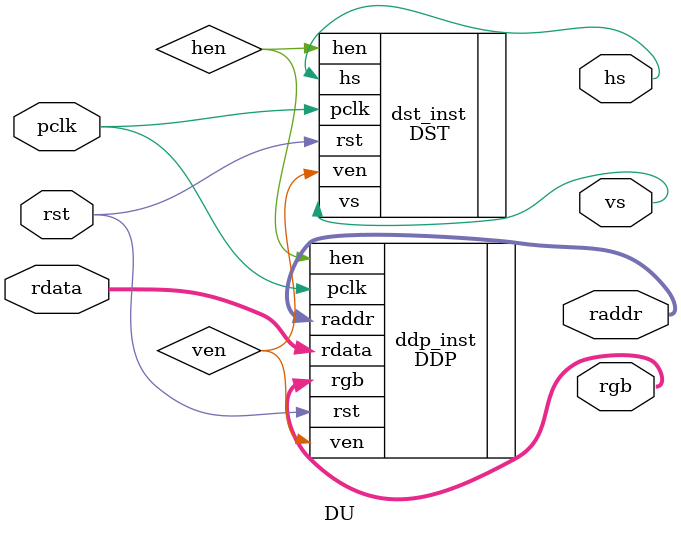
<source format=sv>
`timescale 1ns / 1ps


module DU #(
    parameter DW = 15  // 数据宽度，与 DDP 模块一致
)(
    input                   rst,
    input                   pclk,
    input       [11:0]      rdata,
    output                  hs,
    output                  vs,
    output      [11:0]      rgb,
    output      [DW-1:0]    raddr   // 读取地址
);

    logic ven, hen;

    // 实例化 DST 模块
    DST dst_inst (
        .rst   (rst),
        .pclk   (pclk),
        .hs     (hs),
        .vs     (vs),
        .hen    (hen),
        .ven    (ven)
    );

    // 实例化 DDP 模块
    DDP #(
        .DW     (DW)
    ) ddp_inst (
        .hen    (hen),
        .ven    (ven),
        .rst   (rst),
        .pclk   (pclk),
        .rdata  (rdata),
        .rgb    (rgb),
        .raddr  (raddr)
    );

endmodule
</source>
